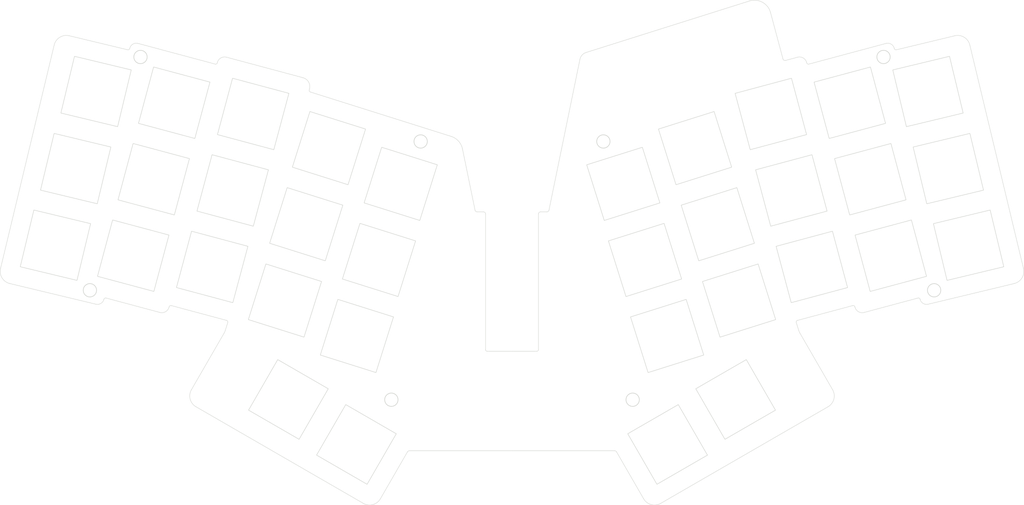
<source format=kicad_pcb>
(kicad_pcb (version 20240108) (generator "pcbnew") (generator_version "8.0")
  (layers (0 "F.Cu" signal) (31 "B.Cu" signal) (34 "B.Paste" user) (35 "F.Paste" user) (36 "B.SilkS" user "B.Silkscreen") (37 "F.SilkS" user "F.Silkscreen") (38 "B.Mask" user) (39 "F.Mask" user) (44 "Edge.Cuts" user))
  (net 0 "")
  (footprint "jw_custom_footprints:CherryMX_Hotswap_cutout_switch_plate" (layer "F.Cu") (at 100.620153 81.057149 -17.5)
    (property "Reference" "SW14" (hide yes))
    (property "Value" "SW14")
    (fp_poly (pts (xy -7 -7) (xy 7 -7) (xy 7 7) (xy -7 7)) (stroke (width 0.12)) (fill none) (layer "Edge.Cuts"))
  )
  (footprint "jw_custom_footprints:CherryMX_Hotswap_cutout_switch_plate" (layer "F.Cu") (at 112.7798 107.874159 -17.5)
    (property "Reference" "SW25" (hide yes))
    (property "Value" "SW25")
    (fp_poly (pts (xy -7 -7) (xy 7 -7) (xy 7 7) (xy -7 7)) (stroke (width 0.12)) (fill none) (layer "Edge.Cuts"))
  )
  (footprint "jw_custom_footprints:CherryMX_Hotswap_cutout_switch_plate" (layer "F.Cu") (at 254.700487 67.707568 13.5)
    (property "Reference" "SW20" (hide yes))
    (property "Value" "SW20")
    (fp_poly (pts (xy -7 -7) (xy 7 -7) (xy 7 7) (xy -7 7)) (stroke (width 0.12)) (fill none) (layer "Edge.Cuts"))
  )
  (footprint "jw_custom_footprints:CherryMX_Hotswap_cutout_switch_plate" (layer "F.Cu") (at 95.514325 99.373283 -17.5)
    (property "Reference" "SW24" (hide yes))
    (property "Value" "SW24")
    (fp_poly (pts (xy -7 -7) (xy 7 -7) (xy 7 7) (xy -7 7)) (stroke (width 0.12)) (fill none) (layer "Edge.Cuts"))
  )
  (footprint "jw_custom_footprints:CherryMX_Hotswap_cutout_switch_plate" (layer "F.Cu") (at 204.485675 99.373283 17.5)
    (property "Reference" "SW27" (hide yes))
    (property "Value" "SW27")
    (fp_poly (pts (xy -7 -7) (xy 7 -7) (xy 7 7) (xy -7 7)) (stroke (width 0.12)) (fill none) (layer "Edge.Cuts"))
  )
  (footprint "jw_custom_footprints:CherryMX_Hotswap_cutout_switch_plate" (layer "F.Cu") (at 78.055136 91.306594 -15)
    (property "Reference" "SW23" (hide yes))
    (property "Value" "SW23")
    (fp_poly (pts (xy -7 -7) (xy 7 -7) (xy 7 7) (xy -7 7)) (stroke (width 0.12)) (fill none) (layer "Edge.Cuts"))
  )
  (footprint "jw_custom_footprints:CherryMX_Hotswap_cutout_switch_plate" (layer "F.Cu") (at 106.077353 62.796749 -17.5)
    (property "Reference" "SW4" (hide yes))
    (property "Value" "SW4")
    (fp_poly (pts (xy -7 -7) (xy 7 -7) (xy 7 7) (xy -7 7)) (stroke (width 0.12)) (fill none) (layer "Edge.Cuts"))
  )
  (footprint "jw_custom_footprints:CherryMX_Hotswap_cutout_switch_plate" (layer "F.Cu") (at 176.7046 71.371753 17.5)
    (property "Reference" "SW6" (hide yes))
    (property "Value" "SW6")
    (fp_poly (pts (xy -7 -7) (xy 7 -7) (xy 7 7) (xy -7 7)) (stroke (width 0.12)) (fill none) (layer "Edge.Cuts"))
  )
  (footprint "jw_custom_footprints:MountingHole_3.2mm_M3_cutout" (layer "F.Cu") (at 121.047828 123.170664)
    (property "Reference" "TH7")
    (property "Value" "Spacing plate")
    (fp_circle (center 0 0) (end 1.6 0) (stroke (width 0.15)) (fill none) (layer "Edge.Cuts"))
  )
  (footprint "jw_custom_footprints:CherryMX_Hotswap_cutout_switch_plate" (layer "F.Cu") (at 68.942809 51.906215 -15)
    (property "Reference" "SW2" (hide yes))
    (property "Value" "SW2")
    (fp_poly (pts (xy -7 -7) (xy 7 -7) (xy 7 7) (xy -7 7)) (stroke (width 0.12)) (fill none) (layer "Edge.Cuts"))
  )
  (footprint "jw_custom_footprints:CherryMX_Hotswap_cutout_switch_plate" (layer "F.Cu") (at 193.922647 62.796749 17.5)
    (property "Reference" "SW7" (hide yes))
    (property "Value" "SW7")
    (fp_poly (pts (xy -7 -7) (xy 7 -7) (xy 7 7) (xy -7 7)) (stroke (width 0.12)) (fill none) (layer "Edge.Cuts"))
  )
  (footprint "jw_custom_footprints:MountingHole_3.2mm_M3_cutout" (layer "F.Cu") (at 48.708628 96.907064)
    (property "Reference" "TH8")
    (property "Value" "Spacing plate")
    (fp_circle (center 0 0) (end 1.6 0) (stroke (width 0.15)) (fill none) (layer "Edge.Cuts"))
  )
  (footprint "jw_custom_footprints:CherryMX_Hotswap_cutout_switch_plate" (layer "F.Cu") (at 231.057191 51.906215 15)
    (property "Reference" "SW9" (hide yes))
    (property "Value" "SW9")
    (fp_poly (pts (xy -7 -7) (xy 7 -7) (xy 7 7) (xy -7 7)) (stroke (width 0.12)) (fill none) (layer "Edge.Cuts"))
  )
  (footprint "jw_custom_footprints:CherryMX_Hotswap_cutout_switch_plate" (layer "F.Cu") (at 187.335554 133.901913 30)
    (property "Reference" "SW33" (hide yes))
    (property "Value" "SW33")
    (fp_poly (pts (xy -7 -7) (xy 7 -7) (xy 7 7) (xy -7 7)) (stroke (width 0.12)) (fill none) (layer "Edge.Cuts"))
  )
  (footprint "jw_custom_footprints:CherryMX_Hotswap_cutout_switch_plate" (layer "F.Cu") (at 217.027251 72.953809 15)
    (property "Reference" "SW18" (hide yes))
    (property "Value" "SW18")
    (fp_poly (pts (xy -7 -7) (xy 7 -7) (xy 7 7) (xy -7 7)) (stroke (width 0.12)) (fill none) (layer "Edge.Cuts"))
  )
  (footprint "jw_custom_footprints:CherryMX_Hotswap_cutout_switch_plate" (layer "F.Cu") (at 187.2202 107.874159 17.5)
    (property "Reference" "SW26" (hide yes))
    (property "Value" "SW26")
    (fp_poly (pts (xy -7 -7) (xy 7 -7) (xy 7 7) (xy -7 7)) (stroke (width 0.12)) (fill none) (layer "Edge.Cuts"))
  )
  (footprint "jw_custom_footprints:CherryMX_Hotswap_cutout_switch_plate" (layer "F.Cu") (at 240.892106 88.610624 15)
    (property "Reference" "SW29" (hide yes))
    (property "Value" "SW29")
    (fp_poly (pts (xy -7 -7) (xy 7 -7) (xy 7 7) (xy -7 7)) (stroke (width 0.12)) (fill none) (layer "Edge.Cuts"))
  )
  (footprint "jw_custom_footprints:MountingHole_3.2mm_M3_cutout" (layer "F.Cu") (at 178.952172 123.170664)
    (property "Reference" "TH6")
    (property "Value" "Spacing plate")
    (fp_circle (center 0 0) (end 1.6 0) (stroke (width 0.15)) (fill none) (layer "Edge.Cuts"))
  )
  (footprint "jw_custom_footprints:CherryMX_Hotswap_cutout_switch_plate" (layer "F.Cu") (at 249.811647 49.20606 13.5)
    (property "Reference" "SW10" (hide yes))
    (property "Value" "SW10")
    (fp_poly (pts (xy -7 -7) (xy 7 -7) (xy 7 7) (xy -7 7)) (stroke (width 0.12)) (fill none) (layer "Edge.Cuts"))
  )
  (footprint "jw_custom_footprints:CherryMX_Hotswap_cutout_switch_plate" (layer "F.Cu") (at 50.188353 49.20606 -13.5)
    (property "Reference" "SW1" (hide yes))
    (property "Value" "SW1")
    (fp_poly (pts (xy -7 -7) (xy 7 -7) (xy 7 7) (xy -7 7)) (stroke (width 0.12)) (fill none) (layer "Edge.Cuts"))
  )
  (footprint "jw_custom_footprints:CherryMX_Hotswap_cutout_switch_plate" (layer "F.Cu") (at 87.890301 54.601258 -15)
    (property "Reference" "SW3" (hide yes))
    (property "Value" "SW3")
    (fp_poly (pts (xy -7 -7) (xy 7 -7) (xy 7 7) (xy -7 7)) (stroke (width 0.12)) (fill none) (layer "Edge.Cuts"))
  )
  (footprint "jw_custom_footprints:CherryMX_Hotswap_cutout_switch_plate" (layer "F.Cu") (at 40.436629 86.092558 -13.5)
    (property "Reference" "SW21" (hide yes))
    (property "Value" "SW21")
    (fp_poly (pts (xy -7 -7) (xy 7 -7) (xy 7 7) (xy -7 7)) (stroke (width 0.12)) (fill none) (layer "Edge.Cuts"))
  )
  (footprint "jw_custom_footprints:CherryMX_Hotswap_cutout_switch_plate" (layer "F.Cu") (at 221.944864 91.306594 15)
    (property "Reference" "SW28" (hide yes))
    (property "Value" "SW28")
    (fp_poly (pts (xy -7 -7) (xy 7 -7) (xy 7 7) (xy -7 7)) (stroke (width 0.12)) (fill none) (layer "Edge.Cuts"))
  )
  (footprint "jw_custom_footprints:MountingHole_3.2mm_M3_cutout" (layer "F.Cu") (at 171.9236 61.1996)
    (property "Reference" "TH3")
    (property "Value" "Spacing plate")
    (fp_circle (center 0 0) (end 1.6 0) (stroke (width 0.15)) (fill none) (layer "Edge.Cuts"))
  )
  (footprint "jw_custom_footprints:CherryMX_Hotswap_cutout_switch_plate" (layer "F.Cu") (at 212.109699 54.601258 15)
    (property "Reference" "SW8" (hide yes))
    (property "Value" "SW8")
    (fp_poly (pts (xy -7 -7) (xy 7 -7) (xy 7 7) (xy -7 7)) (stroke (width 0.12)) (fill none) (layer "Edge.Cuts"))
  )
  (footprint "jw_custom_footprints:CherryMX_Hotswap_cutout_switch_plate" (layer "F.Cu") (at 235.974648 70.258421 15)
    (property "Reference" "SW19" (hide yes))
    (property "Value" "SW19")
    (fp_poly (pts (xy -7 -7) (xy 7 -7) (xy 7 7) (xy -7 7)) (stroke (width 0.12)) (fill none) (layer "Edge.Cuts"))
  )
  (footprint "jw_custom_footprints:CherryMX_Hotswap_cutout_switch_plate" (layer "F.Cu") (at 203.65717 123.106913 30)
    (property "Reference" "SW34" (hide yes))
    (property "Value" "SW34")
    (fp_poly (pts (xy -7 -7) (xy 7 -7) (xy 7 7) (xy -7 7)) (stroke (width 0.12)) (fill none) (layer "Edge.Cuts"))
  )
  (footprint "jw_custom_footprints:CherryMX_Hotswap_cutout_switch_plate" (layer "F.Cu") (at 199.379847 81.057149 17.5)
    (property "Reference" "SW17" (hide yes))
    (property "Value" "SW17")
    (fp_poly (pts (xy -7 -7) (xy 7 -7) (xy 7 7) (xy -7 7)) (stroke (width 0.12)) (fill none) (layer "Edge.Cuts"))
  )
  (footprint "jw_custom_footprints:MountingHole_3.2mm_M3_cutout" (layer "F.Cu") (at 251.291372 96.907064)
    (property "Reference" "TH5")
    (property "Value" "Spacing plate")
    (fp_circle (center 0 0) (end 1.6 0) (stroke (width 0.15)) (fill none) (layer "Edge.Cuts"))
  )
  (footprint "jw_custom_footprints:MountingHole_3.2mm_M3_cutout" (layer "F.Cu") (at 60.849828 40.925464)
    (property "Reference" "TH1")
    (property "Value" "Spacing plate")
    (fp_circle (center 0 0) (end 1.6 0) (stroke (width 0.15)) (fill none) (layer "Edge.Cuts"))
  )
  (footprint "jw_custom_footprints:CherryMX_Hotswap_cutout_switch_plate" (layer "F.Cu") (at 118.082222 89.632 -17.5)
    (property "Reference" "SW15" (hide yes))
    (property "Value" "SW15")
    (fp_poly (pts (xy -7 -7) (xy 7 -7) (xy 7 7) (xy -7 7)) (stroke (width 0.12)) (fill none) (layer "Edge.Cuts"))
  )
  (footprint "jw_custom_footprints:CherryMX_Hotswap_cutout_switch_plate" (layer "F.Cu") (at 45.299513 67.707568 -13.5)
    (property "Reference" "SW11" (hide yes))
    (property "Value" "SW11")
    (fp_poly (pts (xy -7 -7) (xy 7 -7) (xy 7 7) (xy -7 7)) (stroke (width 0.12)) (fill none) (layer "Edge.Cuts"))
  )
  (footprint "jw_custom_footprints:CherryMX_Hotswap_cutout_switch_plate" (layer "F.Cu") (at 82.972749 72.953809 -15)
    (property "Reference" "SW13" (hide yes))
    (property "Value" "SW13")
    (fp_poly (pts (xy -7 -7) (xy 7 -7) (xy 7 7) (xy -7 7)) (stroke (width 0.12)) (fill none) (layer "Edge.Cuts"))
  )
  (footprint "jw_custom_footprints:CherryMX_Hotswap_cutout_switch_plate" (layer "F.Cu") (at 112.664446 133.901913 -30)
    (property "Reference" "SW32" (hide yes))
    (property "Value" "SW32")
    (fp_poly (pts (xy -7 -7) (xy 7 -7) (xy 7 7) (xy -7 7)) (stroke (width 0.12)) (fill none) (layer "Edge.Cuts"))
  )
  (footprint "jw_custom_footprints:CherryMX_Hotswap_cutout_switch_plate" (layer "F.Cu") (at 59.107894 88.610624 -15)
    (property "Reference" "SW22" (hide yes))
    (property "Value" "SW22")
    (fp_poly (pts (xy -7 -7) (xy 7 -7) (xy 7 7) (xy -7 7)) (stroke (width 0.12)) (fill none) (layer "Edge.Cuts"))
  )
  (footprint "jw_custom_footprints:CherryMX_Hotswap_cutout_switch_plate" (layer "F.Cu") (at 64.025352 70.258421 -15)
    (property "Reference" "SW12" (hide yes))
    (property "Value" "SW12")
    (fp_poly (pts (xy -7 -7) (xy 7 -7) (xy 7 7) (xy -7 7)) (stroke (width 0.12)) (fill none) (layer "Edge.Cuts"))
  )
  (footprint "jw_custom_footprints:CherryMX_Hotswap_cutout_switch_plate" (layer "F.Cu") (at 96.34283 123.106913 -30)
    (property "Reference" "SW31" (hide yes))
    (property "Value" "SW31")
    (fp_poly (pts (xy -7 -7) (xy 7 -7) (xy 7 7) (xy -7 7)) (stroke (width 0.12)) (fill none) (layer "Edge.Cuts"))
  )
  (footprint "jw_custom_footprints:CherryMX_Hotswap_cutout_switch_plate" (layer "F.Cu") (at 259.563371 86.092558 13.5)
    (property "Reference" "SW30" (hide yes))
    (property "Value" "SW30")
    (fp_poly (pts (xy -7 -7) (xy 7 -7) (xy 7 7) (xy -7 7)) (stroke (width 0.12)) (fill none) (layer "Edge.Cuts"))
  )
  (footprint "jw_custom_footprints:CherryMX_Hotswap_cutout_switch_plate" (layer "F.Cu") (at 181.917778 89.632 17.5)
    (property "Reference" "SW16" (hide yes))
    (property "Value" "SW16")
    (fp_poly (pts (xy -7 -7) (xy 7 -7) (xy 7 7) (xy -7 7)) (stroke (width 0.12)) (fill none) (layer "Edge.Cuts"))
  )
  (footprint "jw_custom_footprints:MountingHole_3.2mm_M3_cutout" (layer "F.Cu") (at 239.150172 40.925464)
    (property "Reference" "TH4")
    (property "Value" "Spacing plate")
    (fp_circle (center 0 0) (end 1.6 0) (stroke (width 0.15)) (fill none) (layer "Edge.Cuts"))
  )
  (footprint "jw_custom_footprints:CherryMX_Hotswap_cutout_switch_plate" (layer "F.Cu") (at 123.2954 71.371753 -17.5)
    (property "Reference" "SW5" (hide yes))
    (property "Value" "SW5")
    (fp_poly (pts (xy -7 -7) (xy 7 -7) (xy 7 7) (xy -7 7)) (stroke (width 0.12)) (fill none) (layer "Edge.Cuts"))
  )
  (footprint "jw_custom_footprints:MountingHole_3.2mm_M3_cutout" (layer "F.Cu") (at 128.076 61.200083)
    (property "Reference" "TH2")
    (property "Value" "Spacing plate")
    (fp_circle (center 0 0) (end 1.6 0) (stroke (width 0.15)) (fill none) (layer "Edge.Cuts"))
  )
  (gr_line (start 239.748788 37.672343) (end 221.223455 42.636191) (stroke (width 0.1)) (layer "Edge.Cuts"))
  (gr_line (start 65.499295 102.228161) (end 52.569137 98.763535) (stroke (width 0.1)) (layer "Edge.Cuts"))
  (gr_line (start 232.27002 100.857792) (end 232.296165 100.955368) (stroke (width 0.1)) (layer "Edge.Cuts"))
  (gr_line (start 161.885538 62.994184) (end 158.867007 77.697107) (stroke (width 0.1)) (layer "Edge.Cuts"))
  (gr_arc (start 52.073975 99.067718) (mid 51.354193 100.058494) (end 50.144664 100.250025) (stroke (width 0.1)) (layer "Edge.Cuts"))
  (gr_arc (start 67.72998 100.857792) (mid 67.916347 100.614871) (end 68.219879 100.57495) (stroke (width 0.1)) (layer "Edge.Cuts"))
  (gr_line (start 143.150034 78.096553) (end 141.622778 78.096553) (stroke (width 0.1)) (layer "Edge.Cuts"))
  (gr_arc (start 141.622778 78.096553) (mid 141.306793 77.984018) (end 141.132993 77.697107) (stroke (width 0.1)) (layer "Edge.Cuts"))
  (gr_line (start 143.650034 111.147553) (end 143.650034 78.596553) (stroke (width 0.1)) (layer "Edge.Cuts"))
  (gr_arc (start 226.925934 120.764251) (mid 227.225646 123.040713) (end 225.827858 124.862327) (stroke (width 0.1)) (layer "Edge.Cuts"))
  (gr_arc (start 52.07666 99.056534) (mid 52.261081 98.806109) (end 52.569137 98.763535) (stroke (width 0.1)) (layer "Edge.Cuts"))
  (gr_arc (start 144.050034 111.547553) (mid 143.767205 111.430402) (end 143.650034 111.147553) (stroke (width 0.1)) (layer "Edge.Cuts"))
  (gr_arc (start 219.075814 107.167446) (mid 218.927952 106.875688) (end 218.812739 106.569564) (stroke (width 0.1)) (layer "Edge.Cuts"))
  (gr_line (start 156.349966 78.596553) (end 156.349966 111.147553) (stroke (width 0.1)) (layer "Edge.Cuts"))
  (gr_line (start 212.036139 30.26756) (end 215.01884 41.399152) (stroke (width 0.1)) (layer "Edge.Cuts"))
  (gr_line (start 101.405288 48.595229) (end 101.33877 48.843477) (stroke (width 0.1)) (layer "Edge.Cuts"))
  (gr_arc (start 272.729911 91.67308) (mid 272.370713 93.940902) (end 270.513137 95.290526) (stroke (width 0.1)) (layer "Edge.Cuts"))
  (gr_arc (start 143.150034 78.096553) (mid 143.503565 78.243012) (end 143.650034 78.596553) (stroke (width 0.1)) (layer "Edge.Cuts"))
  (gr_line (start 247.430863 98.763535) (end 234.500705 102.228161) (stroke (width 0.1)) (layer "Edge.Cuts"))
  (gr_arc (start 58.281308 38.84432) (mid 59.019025 37.842762) (end 60.251212 37.672343) (stroke (width 0.1)) (layer "Edge.Cuts"))
  (gr_arc (start 249.855336 100.250025) (mid 248.645849 100.058424) (end 247.926025 99.067718) (stroke (width 0.1)) (layer "Edge.Cuts"))
  (gr_arc (start 234.500705 102.228161) (mid 233.134813 102.048356) (end 232.296165 100.955368) (stroke (width 0.1)) (layer "Edge.Cuts"))
  (gr_arc (start 239.748788 37.672343) (mid 240.980967 37.842776) (end 241.718692 38.84432) (stroke (width 0.1)) (layer "Edge.Cuts"))
  (gr_line (start 29.486863 95.290526) (end 50.144664 100.250025) (stroke (width 0.1)) (layer "Edge.Cuts"))
  (gr_arc (start 79.292524 42.256016) (mid 80.131192 41.163045) (end 81.497063 40.983229) (stroke (width 0.1)) (layer "Edge.Cuts"))
  (gr_line (start 226.925934 120.764251) (end 219.075814 107.167446) (stroke (width 0.1)) (layer "Edge.Cuts"))
  (gr_line (start 247.926025 99.067718) (end 247.92334 99.056534) (stroke (width 0.1)) (layer "Edge.Cuts"))
  (gr_line (start 241.718692 38.84432) (end 241.733797 38.907237) (stroke (width 0.1)) (layer "Edge.Cuts"))
  (gr_line (start 27.270089 91.67308) (end 40.143157 38.052893) (stroke (width 0.1)) (layer "Edge.Cuts"))
  (gr_arc (start 218.502937 40.983229) (mid 219.868803 41.163054) (end 220.707476 42.256016) (stroke (width 0.1)) (layer "Edge.Cuts"))
  (gr_arc (start 29.486863 95.290526) (mid 27.629271 93.940912) (end 27.270089 91.67308) (stroke (width 0.1)) (layer "Edge.Cuts"))
  (gr_line (start 78.776545 42.636191) (end 60.251212 37.672343) (stroke (width 0.1)) (layer "Edge.Cuts"))
  (gr_arc (start 242.216123 39.202809) (mid 241.913725 39.154939) (end 241.733797 38.907237) (stroke (width 0.1)) (layer "Edge.Cuts"))
  (gr_line (start 218.502937 40.983229) (end 215.631211 41.752706) (stroke (width 0.1)) (layer "Edge.Cuts"))
  (gr_arc (start 156.349966 111.147553) (mid 156.232842 111.430448) (end 155.949966 111.547553) (stroke (width 0.1)) (layer "Edge.Cuts"))
  (gr_line (start 185.683158 148.039879) (end 225.827858 124.862327) (stroke (width 0.1)) (layer "Edge.Cuts"))
  (gr_line (start 118.414918 146.941803) (end 124.921158 135.672664) (stroke (width 0.1)) (layer "Edge.Cuts"))
  (gr_arc (start 156.349966 78.596553) (mid 156.496411 78.242988) (end 156.849966 78.096553) (stroke (width 0.1)) (layer "Edge.Cuts"))
  (gr_line (start 150 135.422664) (end 125.354171 135.422664) (stroke (width 0.1)) (layer "Edge.Cuts"))
  (gr_line (start 74.172142 124.862327) (end 114.316842 148.039879) (stroke (width 0.1)) (layer "Edge.Cuts"))
  (gr_arc (start 67.703835 100.955368) (mid 66.86517 102.048326) (end 65.499295 102.228161) (stroke (width 0.1)) (layer "Edge.Cuts"))
  (gr_arc (start 40.143157 38.052893) (mid 41.492771 36.195307) (end 43.760603 35.836119) (stroke (width 0.1)) (layer "Edge.Cuts"))
  (gr_line (start 144.050034 111.547553) (end 150 111.547553) (stroke (width 0.1)) (layer "Edge.Cuts"))
  (gr_line (start 218.205728 104.644372) (end 218.812739 106.569564) (stroke (width 0.1)) (layer "Edge.Cuts"))
  (gr_arc (start 74.172142 124.862327) (mid 72.774367 123.04071) (end 73.074066 120.764251) (stroke (width 0.1)) (layer "Edge.Cuts"))
  (gr_line (start 259.856843 38.052893) (end 272.729911 91.67308) (stroke (width 0.1)) (layer "Edge.Cuts"))
  (gr_line (start 256.239397 35.836119) (end 242.216123 39.202809) (stroke (width 0.1)) (layer "Edge.Cuts"))
  (gr_arc (start 118.414918 146.941803) (mid 116.593296 148.339571) (end 114.316842 148.039879) (stroke (width 0.1)) (layer "Edge.Cuts"))
  (gr_arc (start 185.683158 148.039879) (mid 183.406706 148.339567) (end 181.585082 146.941803) (stroke (width 0.1)) (layer "Edge.Cuts"))
  (gr_arc (start 215.631211 41.752706) (mid 215.251793 41.702757) (end 215.01884 41.399152) (stroke (width 0.1)) (layer "Edge.Cuts"))
  (gr_arc (start 218.205728 104.644372) (mid 218.236509 104.331686) (end 218.483686 104.13772) (stroke (width 0.1)) (layer "Edge.Cuts"))
  (gr_line (start 220.707476 42.256016) (end 220.733557 42.353349) (stroke (width 0.1)) (layer "Edge.Cuts"))
  (gr_line (start 68.219879 100.57495) (end 81.516314 104.13772) (stroke (width 0.1)) (layer "Edge.Cuts"))
  (gr_arc (start 247.430863 98.763535) (mid 247.738892 98.806155) (end 247.92334 99.056534) (stroke (width 0.1)) (layer "Edge.Cuts"))
  (gr_line (start 141.132993 77.697107) (end 138.114462 62.994184) (stroke (width 0.1)) (layer "Edge.Cuts"))
  (gr_line (start 99.849653 45.90079) (end 81.497063 40.983229) (stroke (width 0.1)) (layer "Edge.Cuts"))
  (gr_arc (start 99.849653 45.90079) (mid 101.185522 46.925819) (end 101.405288 48.595229) (stroke (width 0.1)) (layer "Edge.Cuts"))
  (gr_arc (start 221.223455 42.636191) (mid 220.919908 42.596246) (end 220.733557 42.353349) (stroke (width 0.1)) (layer "Edge.Cuts"))
  (gr_arc (start 79.266443 42.353349) (mid 79.080068 42.596204) (end 78.776545 42.636191) (stroke (width 0.1)) (layer "Edge.Cuts"))
  (gr_line (start 101.604858 49.328491) (end 135.399008 59.983744) (stroke (width 0.1)) (layer "Edge.Cuts"))
  (gr_line (start 167.792736 39.840391) (end 206.969612 27.487968) (stroke (width 0.1)) (layer "Edge.Cuts"))
  (gr_arc (start 135.399008 59.983744) (mid 137.16639 61.11945) (end 138.114462 62.994184) (stroke (width 0.1)) (layer "Edge.Cuts"))
  (gr_arc (start 231.780121 100.57495) (mid 232.083616 100.614936) (end 232.27002 100.857792) (stroke (width 0.1)) (layer "Edge.Cuts"))
  (gr_arc (start 166.299239 41.496121) (mid 166.820681 40.465026) (end 167.792736 39.840391) (stroke (width 0.1)) (layer "Edge.Cuts"))
  (gr_arc (start 256.239397 35.836119) (mid 258.507227 36.19531) (end 259.856843 38.052893) (stroke (width 0.1)) (layer "Edge.Cuts"))
  (gr_line (start 81.187261 106.569564) (end 81.794272 104.644372) (stroke (width 0.1)) (layer "Edge.Cuts"))
  (gr_arc (start 81.516314 104.13772) (mid 81.763488 104.331688) (end 81.794272 104.644372) (stroke (width 0.1)) (layer "Edge.Cuts"))
  (gr_arc (start 158.867007 77.697107) (mid 158.693245 77.984064) (end 158.377222 78.096553) (stroke (width 0.1)) (layer "Edge.Cuts"))
  (gr_arc (start 124.921158 135.672664) (mid 125.104171 135.489651) (end 125.354171 135.422664) (stroke (width 0.1)) (layer "Edge.Cuts"))
  (gr_arc (start 58.266203 38.907237) (mid 58.086262 39.154917) (end 57.783877 39.202809) (stroke (width 0.1)) (layer "Edge.Cuts"))
  (gr_line (start 67.703835 100.955368) (end 67.72998 100.857792) (stroke (width 0.1)) (layer "Edge.Cuts"))
  (gr_line (start 57.783877 39.202809) (end 43.760603 35.836119) (stroke (width 0.1)) (layer "Edge.Cuts"))
  (gr_line (start 175.078842 135.672664) (end 181.585082 146.941803) (stroke (width 0.1)) (layer "Edge.Cuts"))
  (gr_line (start 58.266203 38.907237) (end 58.281308 38.84432) (stroke (width 0.1)) (layer "Edge.Cuts"))
  (gr_line (start 158.377222 78.096553) (end 156.849966 78.096553) (stroke (width 0.1)) (layer "Edge.Cuts"))
  (gr_arc (start 101.604858 49.328491) (mid 101.374425 49.139406) (end 101.33877 48.843477) (stroke (width 0.1)) (layer "Edge.Cuts"))
  (gr_line (start 218.483686 104.13772) (end 231.780121 100.57495) (stroke (width 0.1)) (layer "Edge.Cuts"))
  (gr_arc (start 206.969612 27.487968) (mid 210.096363 27.795948) (end 212.036139 30.26756) (stroke (width 0.1)) (layer "Edge.Cuts"))
  (gr_line (start 249.855336 100.250025) (end 270.513137 95.290526) (stroke (width 0.1)) (layer "Edge.Cuts"))
  (gr_line (start 80.924186 107.167446) (end 73.074066 120.764251) (stroke (width 0.1)) (layer "Edge.Cuts"))
  (gr_line (start 150 111.547553) (end 155.949966 111.547553) (stroke (width 0.1)) (layer "Edge.Cuts"))
  (gr_arc (start 81.187261 106.569564) (mid 81.07204 106.875684) (end 80.924186 107.167446) (stroke (width 0.1)) (layer "Edge.Cuts"))
  (gr_arc (start 174.645829 135.422664) (mid 174.895823 135.489659) (end 175.078842 135.672664) (stroke (width 0.1)) (layer "Edge.Cuts"))
  (gr_line (start 174.645829 135.422664) (end 150 135.422664) (stroke (width 0.1)) (layer "Edge.Cuts"))
  (gr_line (start 52.07666 99.056534) (end 52.073975 99.067718) (stroke (width 0.1)) (layer "Edge.Cuts"))
  (gr_line (start 161.885538 62.994184) (end 166.299239 41.496121) (stroke (width 0.1)) (layer "Edge.Cuts"))
  (gr_line (start 79.266443 42.353349) (end 79.292524 42.256016) (stroke (width 0.1)) (layer "Edge.Cuts"))
)
</source>
